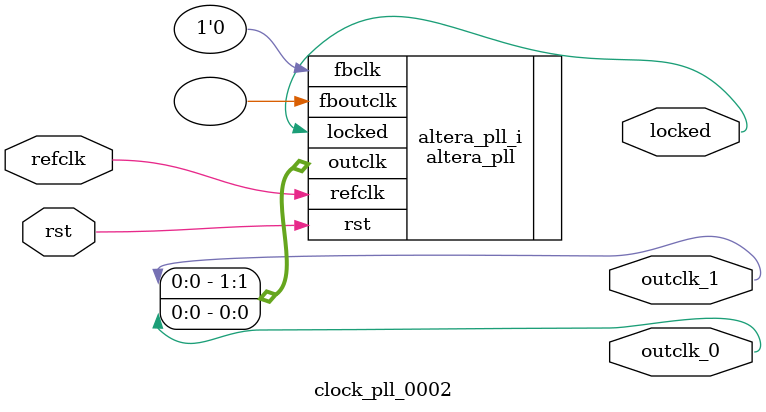
<source format=v>
`timescale 1ns/10ps
module  clock_pll_0002(

	// interface 'refclk'
	input wire refclk,

	// interface 'reset'
	input wire rst,

	// interface 'outclk0'
	output wire outclk_0,

	// interface 'outclk1'
	output wire outclk_1,

	// interface 'locked'
	output wire locked
);

	altera_pll #(
		.fractional_vco_multiplier("false"),
		.reference_clock_frequency("50.0 MHz"),
		.operation_mode("direct"),
		.number_of_clocks(2),
		.output_clock_frequency0("11.288659 MHz"),
		.phase_shift0("0 ps"),
		.duty_cycle0(50),
		.output_clock_frequency1("49.772727 MHz"),
		.phase_shift1("0 ps"),
		.duty_cycle1(50),
		.output_clock_frequency2("0 MHz"),
		.phase_shift2("0 ps"),
		.duty_cycle2(50),
		.output_clock_frequency3("0 MHz"),
		.phase_shift3("0 ps"),
		.duty_cycle3(50),
		.output_clock_frequency4("0 MHz"),
		.phase_shift4("0 ps"),
		.duty_cycle4(50),
		.output_clock_frequency5("0 MHz"),
		.phase_shift5("0 ps"),
		.duty_cycle5(50),
		.output_clock_frequency6("0 MHz"),
		.phase_shift6("0 ps"),
		.duty_cycle6(50),
		.output_clock_frequency7("0 MHz"),
		.phase_shift7("0 ps"),
		.duty_cycle7(50),
		.output_clock_frequency8("0 MHz"),
		.phase_shift8("0 ps"),
		.duty_cycle8(50),
		.output_clock_frequency9("0 MHz"),
		.phase_shift9("0 ps"),
		.duty_cycle9(50),
		.output_clock_frequency10("0 MHz"),
		.phase_shift10("0 ps"),
		.duty_cycle10(50),
		.output_clock_frequency11("0 MHz"),
		.phase_shift11("0 ps"),
		.duty_cycle11(50),
		.output_clock_frequency12("0 MHz"),
		.phase_shift12("0 ps"),
		.duty_cycle12(50),
		.output_clock_frequency13("0 MHz"),
		.phase_shift13("0 ps"),
		.duty_cycle13(50),
		.output_clock_frequency14("0 MHz"),
		.phase_shift14("0 ps"),
		.duty_cycle14(50),
		.output_clock_frequency15("0 MHz"),
		.phase_shift15("0 ps"),
		.duty_cycle15(50),
		.output_clock_frequency16("0 MHz"),
		.phase_shift16("0 ps"),
		.duty_cycle16(50),
		.output_clock_frequency17("0 MHz"),
		.phase_shift17("0 ps"),
		.duty_cycle17(50),
		.pll_type("General"),
		.pll_subtype("General")
	) altera_pll_i (
		.rst	(rst),
		.outclk	({outclk_1, outclk_0}),
		.locked	(locked),
		.fboutclk	( ),
		.fbclk	(1'b0),
		.refclk	(refclk)
	);
endmodule


</source>
